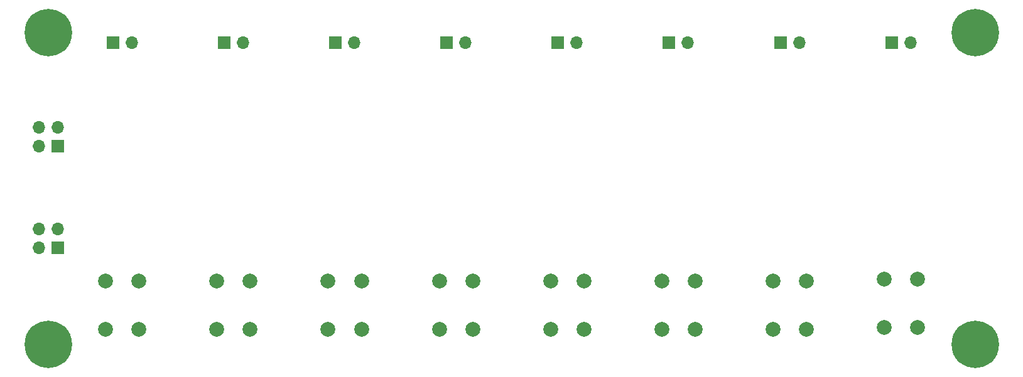
<source format=gbr>
G04 #@! TF.GenerationSoftware,KiCad,Pcbnew,(6.99.0-2815-gbbc0c61ccb)*
G04 #@! TF.CreationDate,2022-10-20T00:59:36+07:00*
G04 #@! TF.ProjectId,Input_Switch_8X,496e7075-745f-4537-9769-7463685f3858,rev?*
G04 #@! TF.SameCoordinates,Original*
G04 #@! TF.FileFunction,Soldermask,Bot*
G04 #@! TF.FilePolarity,Negative*
%FSLAX46Y46*%
G04 Gerber Fmt 4.6, Leading zero omitted, Abs format (unit mm)*
G04 Created by KiCad (PCBNEW (6.99.0-2815-gbbc0c61ccb)) date 2022-10-20 00:59:36*
%MOMM*%
%LPD*%
G01*
G04 APERTURE LIST*
%ADD10R,1.700000X1.700000*%
%ADD11O,1.700000X1.700000*%
%ADD12C,2.000000*%
%ADD13C,0.800000*%
%ADD14C,6.400000*%
G04 APERTURE END LIST*
D10*
X175724999Y-49249999D03*
D11*
X178264999Y-49249999D03*
D10*
X85724999Y-49249999D03*
D11*
X88264999Y-49249999D03*
D12*
X189750000Y-87700000D03*
X189750000Y-81200000D03*
X194250000Y-87700000D03*
X194250000Y-81200000D03*
D10*
X160724999Y-49249999D03*
D11*
X163264999Y-49249999D03*
D13*
X74600000Y-47900000D03*
X75302944Y-46202944D03*
X75302944Y-49597056D03*
X77000000Y-45500000D03*
D14*
X77000000Y-47900000D03*
D13*
X77000000Y-50300000D03*
X78697056Y-46202944D03*
X78697056Y-49597056D03*
X79400000Y-47900000D03*
D12*
X114750000Y-87950000D03*
X114750000Y-81450000D03*
X119250000Y-87950000D03*
X119250000Y-81450000D03*
X84750000Y-87950000D03*
X84750000Y-81450000D03*
X89250000Y-87950000D03*
X89250000Y-81450000D03*
D10*
X100724999Y-49249999D03*
D11*
X103264999Y-49249999D03*
D10*
X115724999Y-49249999D03*
D11*
X118264999Y-49249999D03*
D12*
X174750000Y-87950000D03*
X174750000Y-81450000D03*
X179250000Y-87950000D03*
X179250000Y-81450000D03*
X129750000Y-87950000D03*
X129750000Y-81450000D03*
X134250000Y-87950000D03*
X134250000Y-81450000D03*
X159750000Y-87950000D03*
X159750000Y-81450000D03*
X164250000Y-87950000D03*
X164250000Y-81450000D03*
D13*
X199600000Y-90000000D03*
X200302944Y-88302944D03*
X200302944Y-91697056D03*
X202000000Y-87600000D03*
D14*
X202000000Y-90000000D03*
D13*
X202000000Y-92400000D03*
X203697056Y-88302944D03*
X203697056Y-91697056D03*
X204400000Y-90000000D03*
D12*
X144750000Y-87950000D03*
X144750000Y-81450000D03*
X149250000Y-87950000D03*
X149250000Y-81450000D03*
D10*
X78274999Y-63274999D03*
D11*
X75734999Y-63274999D03*
X78274999Y-60734999D03*
X75734999Y-60734999D03*
D12*
X99750000Y-87950000D03*
X99750000Y-81450000D03*
X104250000Y-87950000D03*
X104250000Y-81450000D03*
D10*
X145724999Y-49249999D03*
D11*
X148264999Y-49249999D03*
D10*
X130724999Y-49249999D03*
D11*
X133264999Y-49249999D03*
D13*
X74600000Y-90000000D03*
X75302944Y-88302944D03*
X75302944Y-91697056D03*
X77000000Y-87600000D03*
D14*
X77000000Y-90000000D03*
D13*
X77000000Y-92400000D03*
X78697056Y-88302944D03*
X78697056Y-91697056D03*
X79400000Y-90000000D03*
X199600000Y-47900000D03*
X200302944Y-46202944D03*
X200302944Y-49597056D03*
X202000000Y-45500000D03*
D14*
X202000000Y-47900000D03*
D13*
X202000000Y-50300000D03*
X203697056Y-46202944D03*
X203697056Y-49597056D03*
X204400000Y-47900000D03*
D10*
X78274999Y-76974999D03*
D11*
X75734999Y-76974999D03*
X78274999Y-74434999D03*
X75734999Y-74434999D03*
D10*
X190724999Y-49249999D03*
D11*
X193264999Y-49249999D03*
M02*

</source>
